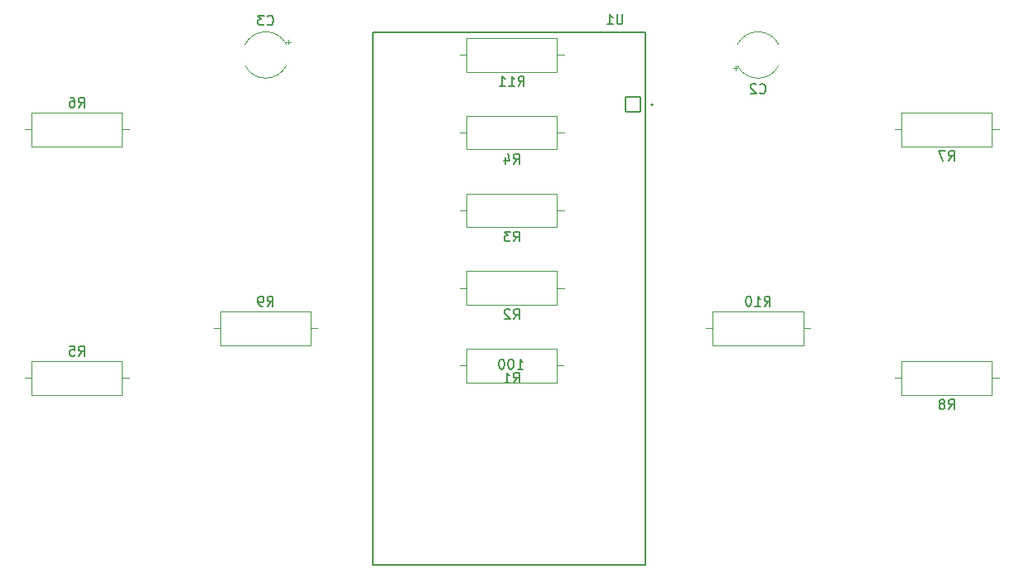
<source format=gbr>
%TF.GenerationSoftware,KiCad,Pcbnew,7.0.5*%
%TF.CreationDate,2024-08-20T20:42:19+02:00*%
%TF.ProjectId,game,67616d65-2e6b-4696-9361-645f70636258,rev?*%
%TF.SameCoordinates,Original*%
%TF.FileFunction,Legend,Bot*%
%TF.FilePolarity,Positive*%
%FSLAX46Y46*%
G04 Gerber Fmt 4.6, Leading zero omitted, Abs format (unit mm)*
G04 Created by KiCad (PCBNEW 7.0.5) date 2024-08-20 20:42:19*
%MOMM*%
%LPD*%
G01*
G04 APERTURE LIST*
G04 Aperture macros list*
%AMRoundRect*
0 Rectangle with rounded corners*
0 $1 Rounding radius*
0 $2 $3 $4 $5 $6 $7 $8 $9 X,Y pos of 4 corners*
0 Add a 4 corners polygon primitive as box body*
4,1,4,$2,$3,$4,$5,$6,$7,$8,$9,$2,$3,0*
0 Add four circle primitives for the rounded corners*
1,1,$1+$1,$2,$3*
1,1,$1+$1,$4,$5*
1,1,$1+$1,$6,$7*
1,1,$1+$1,$8,$9*
0 Add four rect primitives between the rounded corners*
20,1,$1+$1,$2,$3,$4,$5,0*
20,1,$1+$1,$4,$5,$6,$7,0*
20,1,$1+$1,$6,$7,$8,$9,0*
20,1,$1+$1,$8,$9,$2,$3,0*%
G04 Aperture macros list end*
%ADD10C,0.150000*%
%ADD11C,0.120000*%
%ADD12C,0.127000*%
%ADD13C,0.200000*%
%ADD14C,3.600000*%
%ADD15C,5.700000*%
%ADD16R,1.800000X1.800000*%
%ADD17C,1.800000*%
%ADD18R,2.000000X2.000000*%
%ADD19C,2.000000*%
%ADD20O,1.600000X2.000000*%
%ADD21C,2.100000*%
%ADD22C,1.600000*%
%ADD23O,1.600000X1.600000*%
%ADD24R,1.600000X1.600000*%
%ADD25RoundRect,0.102000X0.780000X0.780000X-0.780000X0.780000X-0.780000X-0.780000X0.780000X-0.780000X0*%
%ADD26C,1.764000*%
G04 APERTURE END LIST*
D10*
%TO.C,R10*%
X155354211Y-107343342D02*
X155687544Y-106867151D01*
X155925639Y-107343342D02*
X155925639Y-106343342D01*
X155925639Y-106343342D02*
X155544687Y-106343342D01*
X155544687Y-106343342D02*
X155449449Y-106390961D01*
X155449449Y-106390961D02*
X155401830Y-106438580D01*
X155401830Y-106438580D02*
X155354211Y-106533818D01*
X155354211Y-106533818D02*
X155354211Y-106676675D01*
X155354211Y-106676675D02*
X155401830Y-106771913D01*
X155401830Y-106771913D02*
X155449449Y-106819532D01*
X155449449Y-106819532D02*
X155544687Y-106867151D01*
X155544687Y-106867151D02*
X155925639Y-106867151D01*
X154401830Y-107343342D02*
X154973258Y-107343342D01*
X154687544Y-107343342D02*
X154687544Y-106343342D01*
X154687544Y-106343342D02*
X154782782Y-106486199D01*
X154782782Y-106486199D02*
X154878020Y-106581437D01*
X154878020Y-106581437D02*
X154973258Y-106629056D01*
X153782782Y-106343342D02*
X153687544Y-106343342D01*
X153687544Y-106343342D02*
X153592306Y-106390961D01*
X153592306Y-106390961D02*
X153544687Y-106438580D01*
X153544687Y-106438580D02*
X153497068Y-106533818D01*
X153497068Y-106533818D02*
X153449449Y-106724294D01*
X153449449Y-106724294D02*
X153449449Y-106962389D01*
X153449449Y-106962389D02*
X153497068Y-107152865D01*
X153497068Y-107152865D02*
X153544687Y-107248103D01*
X153544687Y-107248103D02*
X153592306Y-107295723D01*
X153592306Y-107295723D02*
X153687544Y-107343342D01*
X153687544Y-107343342D02*
X153782782Y-107343342D01*
X153782782Y-107343342D02*
X153878020Y-107295723D01*
X153878020Y-107295723D02*
X153925639Y-107248103D01*
X153925639Y-107248103D02*
X153973258Y-107152865D01*
X153973258Y-107152865D02*
X154020877Y-106962389D01*
X154020877Y-106962389D02*
X154020877Y-106724294D01*
X154020877Y-106724294D02*
X153973258Y-106533818D01*
X153973258Y-106533818D02*
X153925639Y-106438580D01*
X153925639Y-106438580D02*
X153878020Y-106390961D01*
X153878020Y-106390961D02*
X153782782Y-106343342D01*
%TO.C,R4*%
X129726768Y-92782231D02*
X130060101Y-92306040D01*
X130298196Y-92782231D02*
X130298196Y-91782231D01*
X130298196Y-91782231D02*
X129917244Y-91782231D01*
X129917244Y-91782231D02*
X129822006Y-91829850D01*
X129822006Y-91829850D02*
X129774387Y-91877469D01*
X129774387Y-91877469D02*
X129726768Y-91972707D01*
X129726768Y-91972707D02*
X129726768Y-92115564D01*
X129726768Y-92115564D02*
X129774387Y-92210802D01*
X129774387Y-92210802D02*
X129822006Y-92258421D01*
X129822006Y-92258421D02*
X129917244Y-92306040D01*
X129917244Y-92306040D02*
X130298196Y-92306040D01*
X128869625Y-92115564D02*
X128869625Y-92782231D01*
X129107720Y-91734612D02*
X129345815Y-92448897D01*
X129345815Y-92448897D02*
X128726768Y-92448897D01*
%TO.C,R7*%
X174171770Y-92463342D02*
X174505103Y-91987151D01*
X174743198Y-92463342D02*
X174743198Y-91463342D01*
X174743198Y-91463342D02*
X174362246Y-91463342D01*
X174362246Y-91463342D02*
X174267008Y-91510961D01*
X174267008Y-91510961D02*
X174219389Y-91558580D01*
X174219389Y-91558580D02*
X174171770Y-91653818D01*
X174171770Y-91653818D02*
X174171770Y-91796675D01*
X174171770Y-91796675D02*
X174219389Y-91891913D01*
X174219389Y-91891913D02*
X174267008Y-91939532D01*
X174267008Y-91939532D02*
X174362246Y-91987151D01*
X174362246Y-91987151D02*
X174743198Y-91987151D01*
X173838436Y-91463342D02*
X173171770Y-91463342D01*
X173171770Y-91463342D02*
X173600341Y-92463342D01*
%TO.C,C2*%
X154878020Y-85528103D02*
X154925639Y-85575723D01*
X154925639Y-85575723D02*
X155068496Y-85623342D01*
X155068496Y-85623342D02*
X155163734Y-85623342D01*
X155163734Y-85623342D02*
X155306591Y-85575723D01*
X155306591Y-85575723D02*
X155401829Y-85480484D01*
X155401829Y-85480484D02*
X155449448Y-85385246D01*
X155449448Y-85385246D02*
X155497067Y-85194770D01*
X155497067Y-85194770D02*
X155497067Y-85051913D01*
X155497067Y-85051913D02*
X155449448Y-84861437D01*
X155449448Y-84861437D02*
X155401829Y-84766199D01*
X155401829Y-84766199D02*
X155306591Y-84670961D01*
X155306591Y-84670961D02*
X155163734Y-84623342D01*
X155163734Y-84623342D02*
X155068496Y-84623342D01*
X155068496Y-84623342D02*
X154925639Y-84670961D01*
X154925639Y-84670961D02*
X154878020Y-84718580D01*
X154497067Y-84718580D02*
X154449448Y-84670961D01*
X154449448Y-84670961D02*
X154354210Y-84623342D01*
X154354210Y-84623342D02*
X154116115Y-84623342D01*
X154116115Y-84623342D02*
X154020877Y-84670961D01*
X154020877Y-84670961D02*
X153973258Y-84718580D01*
X153973258Y-84718580D02*
X153925639Y-84813818D01*
X153925639Y-84813818D02*
X153925639Y-84909056D01*
X153925639Y-84909056D02*
X153973258Y-85051913D01*
X153973258Y-85051913D02*
X154544686Y-85623342D01*
X154544686Y-85623342D02*
X153925639Y-85623342D01*
%TO.C,U1*%
X140858977Y-77517090D02*
X140858977Y-78326926D01*
X140858977Y-78326926D02*
X140811340Y-78422201D01*
X140811340Y-78422201D02*
X140763703Y-78469839D01*
X140763703Y-78469839D02*
X140668428Y-78517476D01*
X140668428Y-78517476D02*
X140477878Y-78517476D01*
X140477878Y-78517476D02*
X140382603Y-78469839D01*
X140382603Y-78469839D02*
X140334966Y-78422201D01*
X140334966Y-78422201D02*
X140287328Y-78326926D01*
X140287328Y-78326926D02*
X140287328Y-77517090D01*
X139286943Y-78517476D02*
X139858592Y-78517476D01*
X139572767Y-78517476D02*
X139572767Y-77517090D01*
X139572767Y-77517090D02*
X139668042Y-77660002D01*
X139668042Y-77660002D02*
X139763317Y-77755277D01*
X139763317Y-77755277D02*
X139858592Y-77802915D01*
%TO.C,R6*%
X85271770Y-87023342D02*
X85605103Y-86547151D01*
X85843198Y-87023342D02*
X85843198Y-86023342D01*
X85843198Y-86023342D02*
X85462246Y-86023342D01*
X85462246Y-86023342D02*
X85367008Y-86070961D01*
X85367008Y-86070961D02*
X85319389Y-86118580D01*
X85319389Y-86118580D02*
X85271770Y-86213818D01*
X85271770Y-86213818D02*
X85271770Y-86356675D01*
X85271770Y-86356675D02*
X85319389Y-86451913D01*
X85319389Y-86451913D02*
X85367008Y-86499532D01*
X85367008Y-86499532D02*
X85462246Y-86547151D01*
X85462246Y-86547151D02*
X85843198Y-86547151D01*
X84414627Y-86023342D02*
X84605103Y-86023342D01*
X84605103Y-86023342D02*
X84700341Y-86070961D01*
X84700341Y-86070961D02*
X84747960Y-86118580D01*
X84747960Y-86118580D02*
X84843198Y-86261437D01*
X84843198Y-86261437D02*
X84890817Y-86451913D01*
X84890817Y-86451913D02*
X84890817Y-86832865D01*
X84890817Y-86832865D02*
X84843198Y-86928103D01*
X84843198Y-86928103D02*
X84795579Y-86975723D01*
X84795579Y-86975723D02*
X84700341Y-87023342D01*
X84700341Y-87023342D02*
X84509865Y-87023342D01*
X84509865Y-87023342D02*
X84414627Y-86975723D01*
X84414627Y-86975723D02*
X84367008Y-86928103D01*
X84367008Y-86928103D02*
X84319389Y-86832865D01*
X84319389Y-86832865D02*
X84319389Y-86594770D01*
X84319389Y-86594770D02*
X84367008Y-86499532D01*
X84367008Y-86499532D02*
X84414627Y-86451913D01*
X84414627Y-86451913D02*
X84509865Y-86404294D01*
X84509865Y-86404294D02*
X84700341Y-86404294D01*
X84700341Y-86404294D02*
X84795579Y-86451913D01*
X84795579Y-86451913D02*
X84843198Y-86499532D01*
X84843198Y-86499532D02*
X84890817Y-86594770D01*
%TO.C,R1*%
X129722291Y-115143342D02*
X130055624Y-114667151D01*
X130293719Y-115143342D02*
X130293719Y-114143342D01*
X130293719Y-114143342D02*
X129912767Y-114143342D01*
X129912767Y-114143342D02*
X129817529Y-114190961D01*
X129817529Y-114190961D02*
X129769910Y-114238580D01*
X129769910Y-114238580D02*
X129722291Y-114333818D01*
X129722291Y-114333818D02*
X129722291Y-114476675D01*
X129722291Y-114476675D02*
X129769910Y-114571913D01*
X129769910Y-114571913D02*
X129817529Y-114619532D01*
X129817529Y-114619532D02*
X129912767Y-114667151D01*
X129912767Y-114667151D02*
X130293719Y-114667151D01*
X128769910Y-115143342D02*
X129341338Y-115143342D01*
X129055624Y-115143342D02*
X129055624Y-114143342D01*
X129055624Y-114143342D02*
X129150862Y-114286199D01*
X129150862Y-114286199D02*
X129246100Y-114381437D01*
X129246100Y-114381437D02*
X129341338Y-114429056D01*
X130126787Y-113771194D02*
X130698215Y-113771194D01*
X130412501Y-113771194D02*
X130412501Y-112771194D01*
X130412501Y-112771194D02*
X130507739Y-112914051D01*
X130507739Y-112914051D02*
X130602977Y-113009289D01*
X130602977Y-113009289D02*
X130698215Y-113056908D01*
X129507739Y-112771194D02*
X129412501Y-112771194D01*
X129412501Y-112771194D02*
X129317263Y-112818813D01*
X129317263Y-112818813D02*
X129269644Y-112866432D01*
X129269644Y-112866432D02*
X129222025Y-112961670D01*
X129222025Y-112961670D02*
X129174406Y-113152146D01*
X129174406Y-113152146D02*
X129174406Y-113390241D01*
X129174406Y-113390241D02*
X129222025Y-113580717D01*
X129222025Y-113580717D02*
X129269644Y-113675955D01*
X129269644Y-113675955D02*
X129317263Y-113723575D01*
X129317263Y-113723575D02*
X129412501Y-113771194D01*
X129412501Y-113771194D02*
X129507739Y-113771194D01*
X129507739Y-113771194D02*
X129602977Y-113723575D01*
X129602977Y-113723575D02*
X129650596Y-113675955D01*
X129650596Y-113675955D02*
X129698215Y-113580717D01*
X129698215Y-113580717D02*
X129745834Y-113390241D01*
X129745834Y-113390241D02*
X129745834Y-113152146D01*
X129745834Y-113152146D02*
X129698215Y-112961670D01*
X129698215Y-112961670D02*
X129650596Y-112866432D01*
X129650596Y-112866432D02*
X129602977Y-112818813D01*
X129602977Y-112818813D02*
X129507739Y-112771194D01*
X128555358Y-112771194D02*
X128460120Y-112771194D01*
X128460120Y-112771194D02*
X128364882Y-112818813D01*
X128364882Y-112818813D02*
X128317263Y-112866432D01*
X128317263Y-112866432D02*
X128269644Y-112961670D01*
X128269644Y-112961670D02*
X128222025Y-113152146D01*
X128222025Y-113152146D02*
X128222025Y-113390241D01*
X128222025Y-113390241D02*
X128269644Y-113580717D01*
X128269644Y-113580717D02*
X128317263Y-113675955D01*
X128317263Y-113675955D02*
X128364882Y-113723575D01*
X128364882Y-113723575D02*
X128460120Y-113771194D01*
X128460120Y-113771194D02*
X128555358Y-113771194D01*
X128555358Y-113771194D02*
X128650596Y-113723575D01*
X128650596Y-113723575D02*
X128698215Y-113675955D01*
X128698215Y-113675955D02*
X128745834Y-113580717D01*
X128745834Y-113580717D02*
X128793453Y-113390241D01*
X128793453Y-113390241D02*
X128793453Y-113152146D01*
X128793453Y-113152146D02*
X128745834Y-112961670D01*
X128745834Y-112961670D02*
X128698215Y-112866432D01*
X128698215Y-112866432D02*
X128650596Y-112818813D01*
X128650596Y-112818813D02*
X128555358Y-112771194D01*
%TO.C,C3*%
X104565520Y-78528103D02*
X104613139Y-78575723D01*
X104613139Y-78575723D02*
X104755996Y-78623342D01*
X104755996Y-78623342D02*
X104851234Y-78623342D01*
X104851234Y-78623342D02*
X104994091Y-78575723D01*
X104994091Y-78575723D02*
X105089329Y-78480484D01*
X105089329Y-78480484D02*
X105136948Y-78385246D01*
X105136948Y-78385246D02*
X105184567Y-78194770D01*
X105184567Y-78194770D02*
X105184567Y-78051913D01*
X105184567Y-78051913D02*
X105136948Y-77861437D01*
X105136948Y-77861437D02*
X105089329Y-77766199D01*
X105089329Y-77766199D02*
X104994091Y-77670961D01*
X104994091Y-77670961D02*
X104851234Y-77623342D01*
X104851234Y-77623342D02*
X104755996Y-77623342D01*
X104755996Y-77623342D02*
X104613139Y-77670961D01*
X104613139Y-77670961D02*
X104565520Y-77718580D01*
X104232186Y-77623342D02*
X103613139Y-77623342D01*
X103613139Y-77623342D02*
X103946472Y-78004294D01*
X103946472Y-78004294D02*
X103803615Y-78004294D01*
X103803615Y-78004294D02*
X103708377Y-78051913D01*
X103708377Y-78051913D02*
X103660758Y-78099532D01*
X103660758Y-78099532D02*
X103613139Y-78194770D01*
X103613139Y-78194770D02*
X103613139Y-78432865D01*
X103613139Y-78432865D02*
X103660758Y-78528103D01*
X103660758Y-78528103D02*
X103708377Y-78575723D01*
X103708377Y-78575723D02*
X103803615Y-78623342D01*
X103803615Y-78623342D02*
X104089329Y-78623342D01*
X104089329Y-78623342D02*
X104184567Y-78575723D01*
X104184567Y-78575723D02*
X104232186Y-78528103D01*
%TO.C,R9*%
X104565520Y-107343342D02*
X104898853Y-106867151D01*
X105136948Y-107343342D02*
X105136948Y-106343342D01*
X105136948Y-106343342D02*
X104755996Y-106343342D01*
X104755996Y-106343342D02*
X104660758Y-106390961D01*
X104660758Y-106390961D02*
X104613139Y-106438580D01*
X104613139Y-106438580D02*
X104565520Y-106533818D01*
X104565520Y-106533818D02*
X104565520Y-106676675D01*
X104565520Y-106676675D02*
X104613139Y-106771913D01*
X104613139Y-106771913D02*
X104660758Y-106819532D01*
X104660758Y-106819532D02*
X104755996Y-106867151D01*
X104755996Y-106867151D02*
X105136948Y-106867151D01*
X104089329Y-107343342D02*
X103898853Y-107343342D01*
X103898853Y-107343342D02*
X103803615Y-107295723D01*
X103803615Y-107295723D02*
X103755996Y-107248103D01*
X103755996Y-107248103D02*
X103660758Y-107105246D01*
X103660758Y-107105246D02*
X103613139Y-106914770D01*
X103613139Y-106914770D02*
X103613139Y-106533818D01*
X103613139Y-106533818D02*
X103660758Y-106438580D01*
X103660758Y-106438580D02*
X103708377Y-106390961D01*
X103708377Y-106390961D02*
X103803615Y-106343342D01*
X103803615Y-106343342D02*
X103994091Y-106343342D01*
X103994091Y-106343342D02*
X104089329Y-106390961D01*
X104089329Y-106390961D02*
X104136948Y-106438580D01*
X104136948Y-106438580D02*
X104184567Y-106533818D01*
X104184567Y-106533818D02*
X104184567Y-106771913D01*
X104184567Y-106771913D02*
X104136948Y-106867151D01*
X104136948Y-106867151D02*
X104089329Y-106914770D01*
X104089329Y-106914770D02*
X103994091Y-106962389D01*
X103994091Y-106962389D02*
X103803615Y-106962389D01*
X103803615Y-106962389D02*
X103708377Y-106914770D01*
X103708377Y-106914770D02*
X103660758Y-106867151D01*
X103660758Y-106867151D02*
X103613139Y-106771913D01*
%TO.C,R3*%
X129726768Y-100721120D02*
X130060101Y-100244929D01*
X130298196Y-100721120D02*
X130298196Y-99721120D01*
X130298196Y-99721120D02*
X129917244Y-99721120D01*
X129917244Y-99721120D02*
X129822006Y-99768739D01*
X129822006Y-99768739D02*
X129774387Y-99816358D01*
X129774387Y-99816358D02*
X129726768Y-99911596D01*
X129726768Y-99911596D02*
X129726768Y-100054453D01*
X129726768Y-100054453D02*
X129774387Y-100149691D01*
X129774387Y-100149691D02*
X129822006Y-100197310D01*
X129822006Y-100197310D02*
X129917244Y-100244929D01*
X129917244Y-100244929D02*
X130298196Y-100244929D01*
X129393434Y-99721120D02*
X128774387Y-99721120D01*
X128774387Y-99721120D02*
X129107720Y-100102072D01*
X129107720Y-100102072D02*
X128964863Y-100102072D01*
X128964863Y-100102072D02*
X128869625Y-100149691D01*
X128869625Y-100149691D02*
X128822006Y-100197310D01*
X128822006Y-100197310D02*
X128774387Y-100292548D01*
X128774387Y-100292548D02*
X128774387Y-100530643D01*
X128774387Y-100530643D02*
X128822006Y-100625881D01*
X128822006Y-100625881D02*
X128869625Y-100673501D01*
X128869625Y-100673501D02*
X128964863Y-100721120D01*
X128964863Y-100721120D02*
X129250577Y-100721120D01*
X129250577Y-100721120D02*
X129345815Y-100673501D01*
X129345815Y-100673501D02*
X129393434Y-100625881D01*
%TO.C,R8*%
X174171770Y-117863342D02*
X174505103Y-117387151D01*
X174743198Y-117863342D02*
X174743198Y-116863342D01*
X174743198Y-116863342D02*
X174362246Y-116863342D01*
X174362246Y-116863342D02*
X174267008Y-116910961D01*
X174267008Y-116910961D02*
X174219389Y-116958580D01*
X174219389Y-116958580D02*
X174171770Y-117053818D01*
X174171770Y-117053818D02*
X174171770Y-117196675D01*
X174171770Y-117196675D02*
X174219389Y-117291913D01*
X174219389Y-117291913D02*
X174267008Y-117339532D01*
X174267008Y-117339532D02*
X174362246Y-117387151D01*
X174362246Y-117387151D02*
X174743198Y-117387151D01*
X173600341Y-117291913D02*
X173695579Y-117244294D01*
X173695579Y-117244294D02*
X173743198Y-117196675D01*
X173743198Y-117196675D02*
X173790817Y-117101437D01*
X173790817Y-117101437D02*
X173790817Y-117053818D01*
X173790817Y-117053818D02*
X173743198Y-116958580D01*
X173743198Y-116958580D02*
X173695579Y-116910961D01*
X173695579Y-116910961D02*
X173600341Y-116863342D01*
X173600341Y-116863342D02*
X173409865Y-116863342D01*
X173409865Y-116863342D02*
X173314627Y-116910961D01*
X173314627Y-116910961D02*
X173267008Y-116958580D01*
X173267008Y-116958580D02*
X173219389Y-117053818D01*
X173219389Y-117053818D02*
X173219389Y-117101437D01*
X173219389Y-117101437D02*
X173267008Y-117196675D01*
X173267008Y-117196675D02*
X173314627Y-117244294D01*
X173314627Y-117244294D02*
X173409865Y-117291913D01*
X173409865Y-117291913D02*
X173600341Y-117291913D01*
X173600341Y-117291913D02*
X173695579Y-117339532D01*
X173695579Y-117339532D02*
X173743198Y-117387151D01*
X173743198Y-117387151D02*
X173790817Y-117482389D01*
X173790817Y-117482389D02*
X173790817Y-117672865D01*
X173790817Y-117672865D02*
X173743198Y-117768103D01*
X173743198Y-117768103D02*
X173695579Y-117815723D01*
X173695579Y-117815723D02*
X173600341Y-117863342D01*
X173600341Y-117863342D02*
X173409865Y-117863342D01*
X173409865Y-117863342D02*
X173314627Y-117815723D01*
X173314627Y-117815723D02*
X173267008Y-117768103D01*
X173267008Y-117768103D02*
X173219389Y-117672865D01*
X173219389Y-117672865D02*
X173219389Y-117482389D01*
X173219389Y-117482389D02*
X173267008Y-117387151D01*
X173267008Y-117387151D02*
X173314627Y-117339532D01*
X173314627Y-117339532D02*
X173409865Y-117291913D01*
%TO.C,R11*%
X130202959Y-84843342D02*
X130536292Y-84367151D01*
X130774387Y-84843342D02*
X130774387Y-83843342D01*
X130774387Y-83843342D02*
X130393435Y-83843342D01*
X130393435Y-83843342D02*
X130298197Y-83890961D01*
X130298197Y-83890961D02*
X130250578Y-83938580D01*
X130250578Y-83938580D02*
X130202959Y-84033818D01*
X130202959Y-84033818D02*
X130202959Y-84176675D01*
X130202959Y-84176675D02*
X130250578Y-84271913D01*
X130250578Y-84271913D02*
X130298197Y-84319532D01*
X130298197Y-84319532D02*
X130393435Y-84367151D01*
X130393435Y-84367151D02*
X130774387Y-84367151D01*
X129250578Y-84843342D02*
X129822006Y-84843342D01*
X129536292Y-84843342D02*
X129536292Y-83843342D01*
X129536292Y-83843342D02*
X129631530Y-83986199D01*
X129631530Y-83986199D02*
X129726768Y-84081437D01*
X129726768Y-84081437D02*
X129822006Y-84129056D01*
X128298197Y-84843342D02*
X128869625Y-84843342D01*
X128583911Y-84843342D02*
X128583911Y-83843342D01*
X128583911Y-83843342D02*
X128679149Y-83986199D01*
X128679149Y-83986199D02*
X128774387Y-84081437D01*
X128774387Y-84081437D02*
X128869625Y-84129056D01*
%TO.C,R5*%
X85271770Y-112423342D02*
X85605103Y-111947151D01*
X85843198Y-112423342D02*
X85843198Y-111423342D01*
X85843198Y-111423342D02*
X85462246Y-111423342D01*
X85462246Y-111423342D02*
X85367008Y-111470961D01*
X85367008Y-111470961D02*
X85319389Y-111518580D01*
X85319389Y-111518580D02*
X85271770Y-111613818D01*
X85271770Y-111613818D02*
X85271770Y-111756675D01*
X85271770Y-111756675D02*
X85319389Y-111851913D01*
X85319389Y-111851913D02*
X85367008Y-111899532D01*
X85367008Y-111899532D02*
X85462246Y-111947151D01*
X85462246Y-111947151D02*
X85843198Y-111947151D01*
X84367008Y-111423342D02*
X84843198Y-111423342D01*
X84843198Y-111423342D02*
X84890817Y-111899532D01*
X84890817Y-111899532D02*
X84843198Y-111851913D01*
X84843198Y-111851913D02*
X84747960Y-111804294D01*
X84747960Y-111804294D02*
X84509865Y-111804294D01*
X84509865Y-111804294D02*
X84414627Y-111851913D01*
X84414627Y-111851913D02*
X84367008Y-111899532D01*
X84367008Y-111899532D02*
X84319389Y-111994770D01*
X84319389Y-111994770D02*
X84319389Y-112232865D01*
X84319389Y-112232865D02*
X84367008Y-112328103D01*
X84367008Y-112328103D02*
X84414627Y-112375723D01*
X84414627Y-112375723D02*
X84509865Y-112423342D01*
X84509865Y-112423342D02*
X84747960Y-112423342D01*
X84747960Y-112423342D02*
X84843198Y-112375723D01*
X84843198Y-112375723D02*
X84890817Y-112328103D01*
%TO.C,R2*%
X129726768Y-108660009D02*
X130060101Y-108183818D01*
X130298196Y-108660009D02*
X130298196Y-107660009D01*
X130298196Y-107660009D02*
X129917244Y-107660009D01*
X129917244Y-107660009D02*
X129822006Y-107707628D01*
X129822006Y-107707628D02*
X129774387Y-107755247D01*
X129774387Y-107755247D02*
X129726768Y-107850485D01*
X129726768Y-107850485D02*
X129726768Y-107993342D01*
X129726768Y-107993342D02*
X129774387Y-108088580D01*
X129774387Y-108088580D02*
X129822006Y-108136199D01*
X129822006Y-108136199D02*
X129917244Y-108183818D01*
X129917244Y-108183818D02*
X130298196Y-108183818D01*
X129345815Y-107755247D02*
X129298196Y-107707628D01*
X129298196Y-107707628D02*
X129202958Y-107660009D01*
X129202958Y-107660009D02*
X128964863Y-107660009D01*
X128964863Y-107660009D02*
X128869625Y-107707628D01*
X128869625Y-107707628D02*
X128822006Y-107755247D01*
X128822006Y-107755247D02*
X128774387Y-107850485D01*
X128774387Y-107850485D02*
X128774387Y-107945723D01*
X128774387Y-107945723D02*
X128822006Y-108088580D01*
X128822006Y-108088580D02*
X129393434Y-108660009D01*
X129393434Y-108660009D02*
X128774387Y-108660009D01*
D11*
%TO.C,R10*%
X160021354Y-109608523D02*
X159331354Y-109608523D01*
X159331354Y-111328523D02*
X150091354Y-111328523D01*
X159331354Y-107888523D02*
X159331354Y-111328523D01*
X150091354Y-111328523D02*
X150091354Y-107888523D01*
X150091354Y-107888523D02*
X159331354Y-107888523D01*
X149401354Y-109608523D02*
X150091354Y-109608523D01*
%TO.C,R4*%
X124250102Y-89607412D02*
X124940102Y-89607412D01*
X124940102Y-87887412D02*
X134180102Y-87887412D01*
X124940102Y-91327412D02*
X124940102Y-87887412D01*
X134180102Y-87887412D02*
X134180102Y-91327412D01*
X134180102Y-91327412D02*
X124940102Y-91327412D01*
X134870102Y-89607412D02*
X134180102Y-89607412D01*
%TO.C,R7*%
X168695104Y-89288523D02*
X169385104Y-89288523D01*
X169385104Y-87568523D02*
X178625104Y-87568523D01*
X169385104Y-91008523D02*
X169385104Y-87568523D01*
X178625104Y-87568523D02*
X178625104Y-91008523D01*
X178625104Y-91008523D02*
X169385104Y-91008523D01*
X179315104Y-89288523D02*
X178625104Y-89288523D01*
%TO.C,C2*%
X152174066Y-83003523D02*
X152624066Y-83003523D01*
X152399066Y-83228523D02*
X152399066Y-82778523D01*
X156831094Y-80608523D02*
G75*
G03*
X152591614Y-80608523I-2119740J-1060001D01*
G01*
X152591614Y-82728523D02*
G75*
G03*
X156831094Y-82728523I2119740J1060001D01*
G01*
D12*
%TO.C,U1*%
X143217604Y-133758523D02*
X143217604Y-79358523D01*
X143217604Y-79358523D02*
X115317604Y-79358523D01*
X115317604Y-133758523D02*
X143217604Y-133758523D01*
X115317604Y-79358523D02*
X115317604Y-133758523D01*
D13*
X143967604Y-86748523D02*
G75*
G03*
X143967604Y-86748523I-100000J0D01*
G01*
D11*
%TO.C,R6*%
X90415104Y-89288523D02*
X89725104Y-89288523D01*
X89725104Y-91008523D02*
X80485104Y-91008523D01*
X89725104Y-87568523D02*
X89725104Y-91008523D01*
X80485104Y-91008523D02*
X80485104Y-87568523D01*
X80485104Y-87568523D02*
X89725104Y-87568523D01*
X79795104Y-89288523D02*
X80485104Y-89288523D01*
%TO.C,R1*%
X124236114Y-113424079D02*
X124926114Y-113424079D01*
X124926114Y-111704079D02*
X134166114Y-111704079D01*
X124926114Y-115144079D02*
X124926114Y-111704079D01*
X134166114Y-111704079D02*
X134166114Y-115144079D01*
X134166114Y-115144079D02*
X124926114Y-115144079D01*
X134856114Y-113424079D02*
X134166114Y-113424079D01*
%TO.C,C3*%
X106936142Y-80333523D02*
X106486142Y-80333523D01*
X106711142Y-80108523D02*
X106711142Y-80558523D01*
X102279114Y-82728523D02*
G75*
G03*
X106518594Y-82728523I2119740J1060001D01*
G01*
X106518594Y-80608523D02*
G75*
G03*
X102279114Y-80608523I-2119740J-1060001D01*
G01*
%TO.C,R9*%
X109708854Y-109608523D02*
X109018854Y-109608523D01*
X109018854Y-111328523D02*
X99778854Y-111328523D01*
X109018854Y-107888523D02*
X109018854Y-111328523D01*
X99778854Y-111328523D02*
X99778854Y-107888523D01*
X99778854Y-107888523D02*
X109018854Y-107888523D01*
X99088854Y-109608523D02*
X99778854Y-109608523D01*
%TO.C,R3*%
X124250102Y-97546301D02*
X124940102Y-97546301D01*
X124940102Y-95826301D02*
X134180102Y-95826301D01*
X124940102Y-99266301D02*
X124940102Y-95826301D01*
X134180102Y-95826301D02*
X134180102Y-99266301D01*
X134180102Y-99266301D02*
X124940102Y-99266301D01*
X134870102Y-97546301D02*
X134180102Y-97546301D01*
%TO.C,R8*%
X168695104Y-114688523D02*
X169385104Y-114688523D01*
X169385104Y-112968523D02*
X178625104Y-112968523D01*
X169385104Y-116408523D02*
X169385104Y-112968523D01*
X178625104Y-112968523D02*
X178625104Y-116408523D01*
X178625104Y-116408523D02*
X169385104Y-116408523D01*
X179315104Y-114688523D02*
X178625104Y-114688523D01*
%TO.C,R11*%
X124250102Y-81668523D02*
X124940102Y-81668523D01*
X124940102Y-79948523D02*
X134180102Y-79948523D01*
X124940102Y-83388523D02*
X124940102Y-79948523D01*
X134180102Y-79948523D02*
X134180102Y-83388523D01*
X134180102Y-83388523D02*
X124940102Y-83388523D01*
X134870102Y-81668523D02*
X134180102Y-81668523D01*
%TO.C,R5*%
X90415104Y-114688523D02*
X89725104Y-114688523D01*
X89725104Y-116408523D02*
X80485104Y-116408523D01*
X89725104Y-112968523D02*
X89725104Y-116408523D01*
X80485104Y-116408523D02*
X80485104Y-112968523D01*
X80485104Y-112968523D02*
X89725104Y-112968523D01*
X79795104Y-114688523D02*
X80485104Y-114688523D01*
%TO.C,R2*%
X124250102Y-105485190D02*
X124940102Y-105485190D01*
X124940102Y-103765190D02*
X134180102Y-103765190D01*
X124940102Y-107205190D02*
X124940102Y-103765190D01*
X134180102Y-103765190D02*
X134180102Y-107205190D01*
X134180102Y-107205190D02*
X124940102Y-107205190D01*
X134870102Y-105485190D02*
X134180102Y-105485190D01*
%TD*%
%LPC*%
D14*
%TO.C,H6*%
X185000000Y-123000000D03*
D15*
X185000000Y-123000000D03*
%TD*%
D14*
%TO.C,H5*%
X185000000Y-70000000D03*
D15*
X185000000Y-70000000D03*
%TD*%
D14*
%TO.C,H3*%
X150000000Y-57000000D03*
D15*
X150000000Y-57000000D03*
%TD*%
D16*
%TO.C,yellowLED1*%
X103123854Y-101988523D03*
D17*
X105663854Y-101988523D03*
%TD*%
D14*
%TO.C,H1*%
X110000000Y-57000000D03*
D15*
X110000000Y-57000000D03*
%TD*%
D14*
%TO.C,H4*%
X75000000Y-123000000D03*
D15*
X75000000Y-123000000D03*
%TD*%
D18*
%TO.C,BZ1*%
X133355104Y-127388523D03*
D19*
X125755104Y-127388523D03*
%TD*%
D16*
%TO.C,redLED4*%
X128285102Y-94368523D03*
D17*
X130825102Y-94368523D03*
%TD*%
D16*
%TO.C,redLED3*%
X128285102Y-101988523D03*
D17*
X130825102Y-101988523D03*
%TD*%
D14*
%TO.C,H2*%
X75000000Y-70000000D03*
D15*
X75000000Y-70000000D03*
%TD*%
D16*
%TO.C,redLED2*%
X128285102Y-109608523D03*
D17*
X130825102Y-109608523D03*
%TD*%
D20*
%TO.C,Brd1*%
X125635104Y-56268523D03*
X128175104Y-56268523D03*
X130715104Y-56268523D03*
X133255104Y-56268523D03*
%TD*%
D21*
%TO.C,S1*%
X79405104Y-104488523D03*
X91905104Y-104488523D03*
X79405104Y-99488523D03*
X91905104Y-99488523D03*
%TD*%
D16*
%TO.C,redLED1*%
X128271114Y-117228523D03*
D17*
X130811114Y-117228523D03*
%TD*%
D16*
%TO.C,yellowLED2*%
X153436354Y-101988523D03*
D17*
X155976354Y-101988523D03*
%TD*%
D21*
%TO.C,S2*%
X168305104Y-104488523D03*
X180805104Y-104488523D03*
X168305104Y-99488523D03*
X180805104Y-99488523D03*
%TD*%
D16*
%TO.C,greenLED1*%
X128285102Y-86748523D03*
D17*
X130825102Y-86748523D03*
%TD*%
D22*
%TO.C,R10*%
X161061354Y-109608523D03*
D23*
X148361354Y-109608523D03*
%TD*%
D22*
%TO.C,R4*%
X123210102Y-89607412D03*
D23*
X135910102Y-89607412D03*
%TD*%
D22*
%TO.C,R7*%
X167655104Y-89288523D03*
D23*
X180355104Y-89288523D03*
%TD*%
D24*
%TO.C,C2*%
X152211354Y-81668523D03*
D22*
X157211354Y-81668523D03*
%TD*%
D25*
%TO.C,U1*%
X141967604Y-86748523D03*
D26*
X141967604Y-89288523D03*
X141967604Y-91828523D03*
X141967604Y-94368523D03*
X141967604Y-96908523D03*
X141967604Y-99448523D03*
X141967604Y-101988523D03*
X141967604Y-104528523D03*
X141967604Y-107068523D03*
X141967604Y-109608523D03*
X141967604Y-112148523D03*
X141967604Y-114688523D03*
X141967604Y-117228523D03*
X141967604Y-119768523D03*
X141967604Y-122308523D03*
X141967604Y-124848523D03*
X141967604Y-127388523D03*
X141967604Y-129928523D03*
X141967604Y-132468523D03*
X116567604Y-86748523D03*
X116567604Y-89288523D03*
X116567604Y-91828523D03*
X116567604Y-94368523D03*
X116567604Y-96908523D03*
X116567604Y-99448523D03*
X116567604Y-101988523D03*
X116567604Y-104528523D03*
X116567604Y-107068523D03*
X116567604Y-109608523D03*
X116567604Y-112148523D03*
X116567604Y-114688523D03*
X116567604Y-117228523D03*
X116567604Y-119768523D03*
X116567604Y-122308523D03*
X116567604Y-124848523D03*
X116567604Y-127388523D03*
X116567604Y-129928523D03*
X116567604Y-132468523D03*
%TD*%
D22*
%TO.C,R6*%
X91455104Y-89288523D03*
D23*
X78755104Y-89288523D03*
%TD*%
D22*
%TO.C,R1*%
X123196114Y-113424079D03*
D23*
X135896114Y-113424079D03*
%TD*%
D24*
%TO.C,C3*%
X106898854Y-81668523D03*
D22*
X101898854Y-81668523D03*
%TD*%
%TO.C,R9*%
X110748854Y-109608523D03*
D23*
X98048854Y-109608523D03*
%TD*%
D22*
%TO.C,R3*%
X123210102Y-97546301D03*
D23*
X135910102Y-97546301D03*
%TD*%
D22*
%TO.C,R8*%
X167655104Y-114688523D03*
D23*
X180355104Y-114688523D03*
%TD*%
D22*
%TO.C,R11*%
X123210102Y-81668523D03*
D23*
X135910102Y-81668523D03*
%TD*%
D22*
%TO.C,R5*%
X91455104Y-114688523D03*
D23*
X78755104Y-114688523D03*
%TD*%
D22*
%TO.C,R2*%
X123210102Y-105485190D03*
D23*
X135910102Y-105485190D03*
%TD*%
%LPD*%
M02*

</source>
